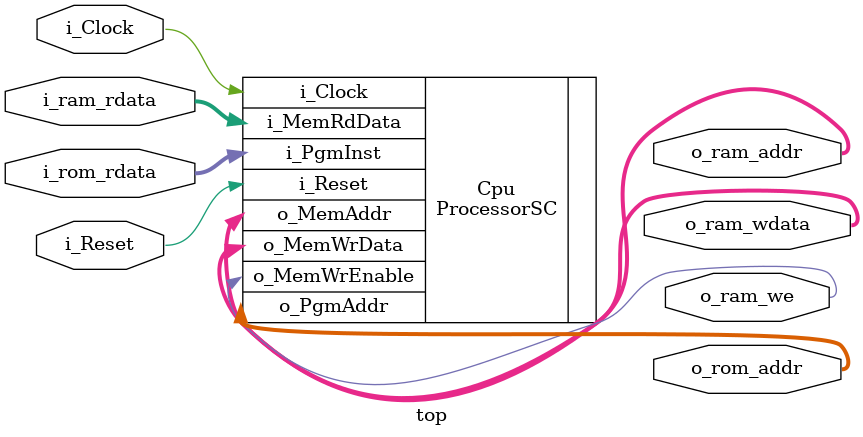
<source format=v>
module top (
	i_Clock,
	i_Reset,
	i_ram_rdata,
	o_ram_wdata,
	o_ram_addr,
	o_ram_we,
	i_rom_rdata,
	o_rom_addr
);
	parameter DATA_DBUS_WIDTH = 32;
	parameter ADDR_DBUS_WIDTH = 32;
	parameter DATA_IBUS_WIDTH = 32;
	parameter ADDR_IBUS_WIDTH = 32;
	input i_Clock;
	input i_Reset;
	input [DATA_DBUS_WIDTH - 1:0] i_ram_rdata;
	output [DATA_DBUS_WIDTH - 1:0] o_ram_wdata;
	output [ADDR_DBUS_WIDTH - 1:0] o_ram_addr;
	output o_ram_we;
	input [DATA_IBUS_WIDTH - 1:0] i_rom_rdata;
	output [ADDR_IBUS_WIDTH - 1:0] o_rom_addr;
	ProcessorSC #(
		.DATA_DBUS_WIDTH(DATA_DBUS_WIDTH),
		.ADDR_DBUS_WIDTH(ADDR_DBUS_WIDTH),
		.DATA_IBUS_WIDTH(DATA_IBUS_WIDTH),
		.ADDR_IBUS_WIDTH(ADDR_IBUS_WIDTH)
	) Cpu(
		.i_Clock(i_Clock),
		.i_Reset(i_Reset),
		.o_PgmAddr(o_rom_addr),
		.i_PgmInst(i_rom_rdata),
		.o_MemAddr(o_ram_addr),
		.o_MemWrEnable(o_ram_we),
		.o_MemWrData(o_ram_wdata),
		.i_MemRdData(i_ram_rdata)
	);
endmodule

</source>
